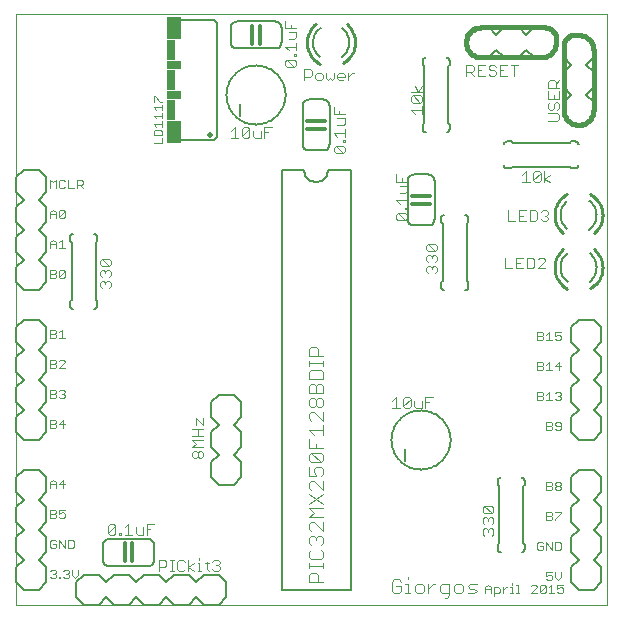
<source format=gto>
G75*
G70*
%OFA0B0*%
%FSLAX24Y24*%
%IPPOS*%
%LPD*%
%AMOC8*
5,1,8,0,0,1.08239X$1,22.5*
%
%ADD10C,0.0000*%
%ADD11C,0.0030*%
%ADD12C,0.0040*%
%ADD13C,0.0160*%
%ADD14C,0.0060*%
%ADD15C,0.0080*%
%ADD16C,0.0120*%
%ADD17C,0.0100*%
%ADD18C,0.0200*%
%ADD19R,0.0500X0.0750*%
%ADD20R,0.0300X0.0700*%
%ADD21R,0.0500X0.0300*%
D10*
X000181Y000181D02*
X000181Y019866D01*
X019866Y019866D01*
X019866Y000181D01*
X000181Y000181D01*
D11*
X001321Y001120D02*
X001370Y001071D01*
X001467Y001071D01*
X001515Y001120D01*
X001515Y001168D01*
X001467Y001217D01*
X001418Y001217D01*
X001467Y001217D02*
X001515Y001265D01*
X001515Y001313D01*
X001467Y001362D01*
X001370Y001362D01*
X001321Y001313D01*
X001616Y001120D02*
X001664Y001120D01*
X001664Y001071D01*
X001616Y001071D01*
X001616Y001120D01*
X001763Y001120D02*
X001812Y001071D01*
X001909Y001071D01*
X001957Y001120D01*
X001957Y001168D01*
X001909Y001217D01*
X001860Y001217D01*
X001909Y001217D02*
X001957Y001265D01*
X001957Y001313D01*
X001909Y001362D01*
X001812Y001362D01*
X001763Y001313D01*
X002058Y001362D02*
X002058Y001168D01*
X002155Y001071D01*
X002251Y001168D01*
X002251Y001362D01*
X002056Y002071D02*
X001911Y002071D01*
X001911Y002362D01*
X002056Y002362D01*
X002104Y002313D01*
X002104Y002120D01*
X002056Y002071D01*
X001810Y002071D02*
X001810Y002362D01*
X001616Y002362D02*
X001810Y002071D01*
X001616Y002071D02*
X001616Y002362D01*
X001515Y002313D02*
X001467Y002362D01*
X001370Y002362D01*
X001321Y002313D01*
X001321Y002120D01*
X001370Y002071D01*
X001467Y002071D01*
X001515Y002120D01*
X001515Y002217D01*
X001418Y002217D01*
X001467Y003071D02*
X001321Y003071D01*
X001321Y003362D01*
X001467Y003362D01*
X001515Y003313D01*
X001515Y003265D01*
X001467Y003217D01*
X001321Y003217D01*
X001467Y003217D02*
X001515Y003168D01*
X001515Y003120D01*
X001467Y003071D01*
X001616Y003120D02*
X001664Y003071D01*
X001761Y003071D01*
X001810Y003120D01*
X001810Y003217D01*
X001761Y003265D01*
X001713Y003265D01*
X001616Y003217D01*
X001616Y003362D01*
X001810Y003362D01*
X001761Y004071D02*
X001761Y004362D01*
X001616Y004217D01*
X001810Y004217D01*
X001515Y004217D02*
X001321Y004217D01*
X001321Y004265D02*
X001321Y004071D01*
X001321Y004265D02*
X001418Y004362D01*
X001515Y004265D01*
X001515Y004071D01*
X001467Y006071D02*
X001321Y006071D01*
X001321Y006362D01*
X001467Y006362D01*
X001515Y006313D01*
X001515Y006265D01*
X001467Y006217D01*
X001321Y006217D01*
X001467Y006217D02*
X001515Y006168D01*
X001515Y006120D01*
X001467Y006071D01*
X001616Y006217D02*
X001810Y006217D01*
X001761Y006362D02*
X001616Y006217D01*
X001761Y006071D02*
X001761Y006362D01*
X001761Y007071D02*
X001664Y007071D01*
X001616Y007120D01*
X001515Y007120D02*
X001467Y007071D01*
X001321Y007071D01*
X001321Y007362D01*
X001467Y007362D01*
X001515Y007313D01*
X001515Y007265D01*
X001467Y007217D01*
X001321Y007217D01*
X001467Y007217D02*
X001515Y007168D01*
X001515Y007120D01*
X001616Y007313D02*
X001664Y007362D01*
X001761Y007362D01*
X001810Y007313D01*
X001810Y007265D01*
X001761Y007217D01*
X001810Y007168D01*
X001810Y007120D01*
X001761Y007071D01*
X001761Y007217D02*
X001713Y007217D01*
X001810Y008071D02*
X001616Y008071D01*
X001810Y008265D01*
X001810Y008313D01*
X001761Y008362D01*
X001664Y008362D01*
X001616Y008313D01*
X001515Y008313D02*
X001467Y008362D01*
X001321Y008362D01*
X001321Y008071D01*
X001467Y008071D01*
X001515Y008120D01*
X001515Y008168D01*
X001467Y008217D01*
X001321Y008217D01*
X001467Y008217D02*
X001515Y008265D01*
X001515Y008313D01*
X001467Y009071D02*
X001321Y009071D01*
X001321Y009362D01*
X001467Y009362D01*
X001515Y009313D01*
X001515Y009265D01*
X001467Y009217D01*
X001321Y009217D01*
X001467Y009217D02*
X001515Y009168D01*
X001515Y009120D01*
X001467Y009071D01*
X001616Y009071D02*
X001810Y009071D01*
X001713Y009071D02*
X001713Y009362D01*
X001616Y009265D01*
X001664Y011071D02*
X001616Y011120D01*
X001810Y011313D01*
X001810Y011120D01*
X001761Y011071D01*
X001664Y011071D01*
X001616Y011120D02*
X001616Y011313D01*
X001664Y011362D01*
X001761Y011362D01*
X001810Y011313D01*
X001515Y011313D02*
X001467Y011362D01*
X001321Y011362D01*
X001321Y011071D01*
X001467Y011071D01*
X001515Y011120D01*
X001515Y011168D01*
X001467Y011217D01*
X001321Y011217D01*
X001467Y011217D02*
X001515Y011265D01*
X001515Y011313D01*
X001515Y012071D02*
X001515Y012265D01*
X001418Y012362D01*
X001321Y012265D01*
X001321Y012071D01*
X001321Y012217D02*
X001515Y012217D01*
X001616Y012265D02*
X001713Y012362D01*
X001713Y012071D01*
X001616Y012071D02*
X001810Y012071D01*
X001761Y013071D02*
X001664Y013071D01*
X001616Y013120D01*
X001810Y013313D01*
X001810Y013120D01*
X001761Y013071D01*
X001616Y013120D02*
X001616Y013313D01*
X001664Y013362D01*
X001761Y013362D01*
X001810Y013313D01*
X001515Y013265D02*
X001515Y013071D01*
X001515Y013217D02*
X001321Y013217D01*
X001321Y013265D02*
X001418Y013362D01*
X001515Y013265D01*
X001321Y013265D02*
X001321Y013071D01*
X001321Y014071D02*
X001321Y014362D01*
X001418Y014265D01*
X001515Y014362D01*
X001515Y014071D01*
X001616Y014120D02*
X001616Y014313D01*
X001664Y014362D01*
X001761Y014362D01*
X001810Y014313D01*
X001911Y014362D02*
X001911Y014071D01*
X002104Y014071D01*
X002205Y014071D02*
X002205Y014362D01*
X002350Y014362D01*
X002399Y014313D01*
X002399Y014217D01*
X002350Y014168D01*
X002205Y014168D01*
X002302Y014168D02*
X002399Y014071D01*
X001810Y014120D02*
X001761Y014071D01*
X001664Y014071D01*
X001616Y014120D01*
X004771Y015571D02*
X005041Y015571D01*
X005041Y015752D01*
X005041Y015848D02*
X005041Y015983D01*
X004996Y016028D01*
X004816Y016028D01*
X004771Y015983D01*
X004771Y015848D01*
X005041Y015848D01*
X005041Y016124D02*
X005041Y016304D01*
X005041Y016214D02*
X004771Y016214D01*
X004861Y016124D01*
X004861Y016400D02*
X004771Y016490D01*
X005041Y016490D01*
X005041Y016400D02*
X005041Y016580D01*
X005041Y016676D02*
X005041Y016856D01*
X005041Y016766D02*
X004771Y016766D01*
X004861Y016676D01*
X004771Y016953D02*
X004771Y017133D01*
X004816Y017133D01*
X004996Y016953D01*
X005041Y016953D01*
X007348Y015993D02*
X007472Y016117D01*
X007472Y015746D01*
X007595Y015746D02*
X007348Y015746D01*
X007716Y015808D02*
X007716Y016055D01*
X007778Y016117D01*
X007902Y016117D01*
X007963Y016055D01*
X007716Y015808D01*
X007778Y015746D01*
X007902Y015746D01*
X007963Y015808D01*
X007963Y016055D01*
X008085Y015993D02*
X008085Y015808D01*
X008146Y015746D01*
X008332Y015746D01*
X008332Y015993D01*
X008453Y015932D02*
X008577Y015932D01*
X008453Y016117D02*
X008700Y016117D01*
X008453Y016117D02*
X008453Y015746D01*
X009791Y017671D02*
X009791Y018042D01*
X009976Y018042D01*
X010038Y017980D01*
X010038Y017857D01*
X009976Y017795D01*
X009791Y017795D01*
X010160Y017857D02*
X010160Y017733D01*
X010221Y017671D01*
X010345Y017671D01*
X010406Y017733D01*
X010406Y017857D01*
X010345Y017918D01*
X010221Y017918D01*
X010160Y017857D01*
X010528Y017918D02*
X010528Y017733D01*
X010590Y017671D01*
X010651Y017733D01*
X010713Y017671D01*
X010775Y017733D01*
X010775Y017918D01*
X010896Y017857D02*
X010896Y017733D01*
X010958Y017671D01*
X011081Y017671D01*
X011143Y017795D02*
X010896Y017795D01*
X010896Y017857D02*
X010958Y017918D01*
X011081Y017918D01*
X011143Y017857D01*
X011143Y017795D01*
X011264Y017795D02*
X011388Y017918D01*
X011450Y017918D01*
X011264Y017918D02*
X011264Y017671D01*
X015196Y017821D02*
X015196Y018192D01*
X015382Y018192D01*
X015443Y018130D01*
X015443Y018007D01*
X015382Y017945D01*
X015196Y017945D01*
X015320Y017945D02*
X015443Y017821D01*
X015565Y017821D02*
X015812Y017821D01*
X015933Y017883D02*
X015995Y017821D01*
X016118Y017821D01*
X016180Y017883D01*
X016180Y017945D01*
X016118Y018007D01*
X015995Y018007D01*
X015933Y018068D01*
X015933Y018130D01*
X015995Y018192D01*
X016118Y018192D01*
X016180Y018130D01*
X016301Y018192D02*
X016301Y017821D01*
X016548Y017821D01*
X016425Y018007D02*
X016301Y018007D01*
X016301Y018192D02*
X016548Y018192D01*
X016670Y018192D02*
X016916Y018192D01*
X016793Y018192D02*
X016793Y017821D01*
X015812Y018192D02*
X015565Y018192D01*
X015565Y017821D01*
X015565Y018007D02*
X015688Y018007D01*
X017921Y017611D02*
X017921Y017426D01*
X018291Y017426D01*
X018291Y017305D02*
X018291Y017058D01*
X017921Y017058D01*
X017921Y017305D01*
X018106Y017181D02*
X018106Y017058D01*
X018168Y016937D02*
X018230Y016937D01*
X018291Y016875D01*
X018291Y016751D01*
X018230Y016690D01*
X018230Y016568D02*
X017921Y016568D01*
X017983Y016690D02*
X018045Y016690D01*
X018106Y016751D01*
X018106Y016875D01*
X018168Y016937D01*
X017983Y016937D02*
X017921Y016875D01*
X017921Y016751D01*
X017983Y016690D01*
X018230Y016568D02*
X018291Y016507D01*
X018291Y016383D01*
X018230Y016321D01*
X017921Y016321D01*
X018168Y017426D02*
X018168Y017611D01*
X018106Y017673D01*
X017983Y017673D01*
X017921Y017611D01*
X018168Y017550D02*
X018291Y017673D01*
X018345Y009292D02*
X018152Y009292D01*
X018152Y009147D01*
X018249Y009195D01*
X018297Y009195D01*
X018345Y009147D01*
X018345Y009050D01*
X018297Y009001D01*
X018200Y009001D01*
X018152Y009050D01*
X018051Y009001D02*
X017857Y009001D01*
X017954Y009001D02*
X017954Y009292D01*
X017857Y009195D01*
X017756Y009195D02*
X017708Y009147D01*
X017562Y009147D01*
X017562Y009292D02*
X017708Y009292D01*
X017756Y009243D01*
X017756Y009195D01*
X017708Y009147D02*
X017756Y009098D01*
X017756Y009050D01*
X017708Y009001D01*
X017562Y009001D01*
X017562Y009292D01*
X017562Y008292D02*
X017708Y008292D01*
X017756Y008243D01*
X017756Y008195D01*
X017708Y008147D01*
X017562Y008147D01*
X017562Y008292D02*
X017562Y008001D01*
X017708Y008001D01*
X017756Y008050D01*
X017756Y008098D01*
X017708Y008147D01*
X017857Y008195D02*
X017954Y008292D01*
X017954Y008001D01*
X017857Y008001D02*
X018051Y008001D01*
X018152Y008147D02*
X018345Y008147D01*
X018297Y008292D02*
X018297Y008001D01*
X018152Y008147D02*
X018297Y008292D01*
X018297Y007292D02*
X018345Y007243D01*
X018345Y007195D01*
X018297Y007147D01*
X018345Y007098D01*
X018345Y007050D01*
X018297Y007001D01*
X018200Y007001D01*
X018152Y007050D01*
X018051Y007001D02*
X017857Y007001D01*
X017954Y007001D02*
X017954Y007292D01*
X017857Y007195D01*
X017756Y007195D02*
X017708Y007147D01*
X017562Y007147D01*
X017562Y007292D02*
X017708Y007292D01*
X017756Y007243D01*
X017756Y007195D01*
X017708Y007147D02*
X017756Y007098D01*
X017756Y007050D01*
X017708Y007001D01*
X017562Y007001D01*
X017562Y007292D01*
X018152Y007243D02*
X018200Y007292D01*
X018297Y007292D01*
X018297Y007147D02*
X018249Y007147D01*
X018297Y006292D02*
X018200Y006292D01*
X018152Y006243D01*
X018152Y006195D01*
X018200Y006147D01*
X018345Y006147D01*
X018345Y006243D02*
X018297Y006292D01*
X018345Y006243D02*
X018345Y006050D01*
X018297Y006001D01*
X018200Y006001D01*
X018152Y006050D01*
X018051Y006050D02*
X018051Y006098D01*
X018002Y006147D01*
X017857Y006147D01*
X017857Y006292D02*
X017857Y006001D01*
X018002Y006001D01*
X018051Y006050D01*
X018002Y006147D02*
X018051Y006195D01*
X018051Y006243D01*
X018002Y006292D01*
X017857Y006292D01*
X017857Y004292D02*
X018002Y004292D01*
X018051Y004243D01*
X018051Y004195D01*
X018002Y004147D01*
X017857Y004147D01*
X017857Y004292D02*
X017857Y004001D01*
X018002Y004001D01*
X018051Y004050D01*
X018051Y004098D01*
X018002Y004147D01*
X018152Y004195D02*
X018152Y004243D01*
X018200Y004292D01*
X018297Y004292D01*
X018345Y004243D01*
X018345Y004195D01*
X018297Y004147D01*
X018200Y004147D01*
X018152Y004195D01*
X018200Y004147D02*
X018152Y004098D01*
X018152Y004050D01*
X018200Y004001D01*
X018297Y004001D01*
X018345Y004050D01*
X018345Y004098D01*
X018297Y004147D01*
X018345Y003292D02*
X018152Y003292D01*
X018051Y003243D02*
X018051Y003195D01*
X018002Y003147D01*
X017857Y003147D01*
X017857Y003292D02*
X017857Y003001D01*
X018002Y003001D01*
X018051Y003050D01*
X018051Y003098D01*
X018002Y003147D01*
X018051Y003243D02*
X018002Y003292D01*
X017857Y003292D01*
X018152Y003050D02*
X018152Y003001D01*
X018152Y003050D02*
X018345Y003243D01*
X018345Y003292D01*
X018297Y002292D02*
X018152Y002292D01*
X018152Y002001D01*
X018297Y002001D01*
X018345Y002050D01*
X018345Y002243D01*
X018297Y002292D01*
X018051Y002292D02*
X018051Y002001D01*
X017857Y002292D01*
X017857Y002001D01*
X017756Y002050D02*
X017708Y002001D01*
X017611Y002001D01*
X017562Y002050D01*
X017562Y002243D01*
X017611Y002292D01*
X017708Y002292D01*
X017756Y002243D01*
X017756Y002147D02*
X017659Y002147D01*
X017756Y002147D02*
X017756Y002050D01*
X017857Y001292D02*
X017857Y001147D01*
X017954Y001195D01*
X018002Y001195D01*
X018051Y001147D01*
X018051Y001050D01*
X018002Y001001D01*
X017905Y001001D01*
X017857Y001050D01*
X017783Y000862D02*
X017687Y000862D01*
X017638Y000813D01*
X017638Y000620D01*
X017832Y000813D01*
X017832Y000620D01*
X017783Y000571D01*
X017687Y000571D01*
X017638Y000620D01*
X017537Y000571D02*
X017344Y000571D01*
X017537Y000765D01*
X017537Y000813D01*
X017489Y000862D01*
X017392Y000862D01*
X017344Y000813D01*
X017783Y000862D02*
X017832Y000813D01*
X017933Y000765D02*
X018030Y000862D01*
X018030Y000571D01*
X018126Y000571D02*
X017933Y000571D01*
X018228Y000620D02*
X018276Y000571D01*
X018373Y000571D01*
X018421Y000620D01*
X018421Y000717D01*
X018373Y000765D01*
X018324Y000765D01*
X018228Y000717D01*
X018228Y000862D01*
X018421Y000862D01*
X018249Y001001D02*
X018152Y001098D01*
X018152Y001292D01*
X018051Y001292D02*
X017857Y001292D01*
X018249Y001001D02*
X018345Y001098D01*
X018345Y001292D01*
X016901Y000862D02*
X016901Y000571D01*
X016853Y000571D02*
X016949Y000571D01*
X016753Y000571D02*
X016656Y000571D01*
X016705Y000571D02*
X016705Y000765D01*
X016656Y000765D01*
X016556Y000765D02*
X016507Y000765D01*
X016411Y000668D01*
X016411Y000571D02*
X016411Y000765D01*
X016310Y000717D02*
X016310Y000620D01*
X016261Y000571D01*
X016116Y000571D01*
X016116Y000475D02*
X016116Y000765D01*
X016261Y000765D01*
X016310Y000717D01*
X016015Y000717D02*
X015821Y000717D01*
X015821Y000765D02*
X015918Y000862D01*
X016015Y000765D01*
X016015Y000571D01*
X015821Y000571D02*
X015821Y000765D01*
X016705Y000862D02*
X016705Y000910D01*
X016853Y000862D02*
X016901Y000862D01*
X013828Y006746D02*
X013828Y007117D01*
X014075Y007117D01*
X013952Y006932D02*
X013828Y006932D01*
X013707Y006993D02*
X013707Y006746D01*
X013521Y006746D01*
X013460Y006808D01*
X013460Y006993D01*
X013338Y007055D02*
X013091Y006808D01*
X013153Y006746D01*
X013277Y006746D01*
X013338Y006808D01*
X013338Y007055D01*
X013277Y007117D01*
X013153Y007117D01*
X013091Y007055D01*
X013091Y006808D01*
X012970Y006746D02*
X012723Y006746D01*
X012847Y006746D02*
X012847Y007117D01*
X012723Y006993D01*
X006973Y001630D02*
X006973Y001568D01*
X006912Y001507D01*
X006973Y001445D01*
X006973Y001383D01*
X006912Y001321D01*
X006788Y001321D01*
X006726Y001383D01*
X006604Y001321D02*
X006543Y001383D01*
X006543Y001630D01*
X006604Y001568D02*
X006481Y001568D01*
X006297Y001568D02*
X006297Y001321D01*
X006235Y001321D02*
X006359Y001321D01*
X006114Y001321D02*
X005929Y001445D01*
X006114Y001568D01*
X006235Y001568D02*
X006297Y001568D01*
X006297Y001692D02*
X006297Y001753D01*
X005929Y001692D02*
X005929Y001321D01*
X005807Y001383D02*
X005745Y001321D01*
X005622Y001321D01*
X005560Y001383D01*
X005560Y001630D01*
X005622Y001692D01*
X005745Y001692D01*
X005807Y001630D01*
X005438Y001692D02*
X005315Y001692D01*
X005376Y001692D02*
X005376Y001321D01*
X005315Y001321D02*
X005438Y001321D01*
X005193Y001507D02*
X005193Y001630D01*
X005132Y001692D01*
X004946Y001692D01*
X004946Y001321D01*
X004946Y001445D02*
X005132Y001445D01*
X005193Y001507D01*
X006726Y001630D02*
X006788Y001692D01*
X006912Y001692D01*
X006973Y001630D01*
X006912Y001507D02*
X006850Y001507D01*
X006355Y005071D02*
X006293Y005071D01*
X006231Y005133D01*
X006231Y005257D01*
X006293Y005318D01*
X006355Y005318D01*
X006416Y005257D01*
X006416Y005133D01*
X006355Y005071D01*
X006231Y005133D02*
X006170Y005071D01*
X006108Y005071D01*
X006046Y005133D01*
X006046Y005257D01*
X006108Y005318D01*
X006170Y005318D01*
X006231Y005257D01*
X006046Y005440D02*
X006170Y005563D01*
X006046Y005687D01*
X006416Y005687D01*
X006416Y005808D02*
X006046Y005808D01*
X006231Y005808D02*
X006231Y006055D01*
X006170Y006176D02*
X006170Y006423D01*
X006416Y006176D01*
X006416Y006423D01*
X006416Y006055D02*
X006046Y006055D01*
X006046Y005440D02*
X006416Y005440D01*
D12*
X004781Y002887D02*
X004540Y002887D01*
X004540Y002526D01*
X004412Y002526D02*
X004412Y002767D01*
X004540Y002707D02*
X004661Y002707D01*
X004412Y002526D02*
X004232Y002526D01*
X004172Y002586D01*
X004172Y002767D01*
X004044Y002526D02*
X003804Y002526D01*
X003924Y002526D02*
X003924Y002887D01*
X003804Y002767D01*
X003680Y002586D02*
X003620Y002586D01*
X003620Y002526D01*
X003680Y002526D01*
X003680Y002586D01*
X003492Y002586D02*
X003492Y002827D01*
X003251Y002586D01*
X003311Y002526D01*
X003432Y002526D01*
X003492Y002586D01*
X003251Y002586D02*
X003251Y002827D01*
X003311Y002887D01*
X003432Y002887D01*
X003492Y002827D01*
X009951Y002870D02*
X009951Y002716D01*
X010028Y002639D01*
X010028Y002486D02*
X010105Y002486D01*
X010181Y002409D01*
X010258Y002486D01*
X010335Y002486D01*
X010411Y002409D01*
X010411Y002256D01*
X010335Y002179D01*
X010335Y002026D02*
X010411Y001949D01*
X010411Y001795D01*
X010335Y001719D01*
X010028Y001719D01*
X009951Y001795D01*
X009951Y001949D01*
X010028Y002026D01*
X010028Y002179D02*
X009951Y002256D01*
X009951Y002409D01*
X010028Y002486D01*
X010181Y002409D02*
X010181Y002332D01*
X010411Y002639D02*
X010105Y002946D01*
X010028Y002946D01*
X009951Y002870D01*
X009951Y003100D02*
X010105Y003253D01*
X009951Y003407D01*
X010411Y003407D01*
X010411Y003560D02*
X009951Y003867D01*
X010028Y004020D02*
X009951Y004097D01*
X009951Y004251D01*
X010028Y004327D01*
X010105Y004327D01*
X010411Y004020D01*
X010411Y004327D01*
X010335Y004481D02*
X010411Y004557D01*
X010411Y004711D01*
X010335Y004788D01*
X010181Y004788D01*
X010105Y004711D01*
X010105Y004634D01*
X010181Y004481D01*
X009951Y004481D01*
X009951Y004788D01*
X010028Y004941D02*
X009951Y005018D01*
X009951Y005171D01*
X010028Y005248D01*
X010335Y004941D01*
X010411Y005018D01*
X010411Y005171D01*
X010335Y005248D01*
X010028Y005248D01*
X009951Y005401D02*
X009951Y005708D01*
X010105Y005862D02*
X009951Y006015D01*
X010411Y006015D01*
X010411Y005862D02*
X010411Y006169D01*
X010411Y006322D02*
X010105Y006629D01*
X010028Y006629D01*
X009951Y006552D01*
X009951Y006399D01*
X010028Y006322D01*
X010411Y006322D02*
X010411Y006629D01*
X010335Y006783D02*
X010258Y006783D01*
X010181Y006859D01*
X010181Y007013D01*
X010258Y007089D01*
X010335Y007089D01*
X010411Y007013D01*
X010411Y006859D01*
X010335Y006783D01*
X010181Y006859D02*
X010105Y006783D01*
X010028Y006783D01*
X009951Y006859D01*
X009951Y007013D01*
X010028Y007089D01*
X010105Y007089D01*
X010181Y007013D01*
X010181Y007243D02*
X010181Y007473D01*
X010258Y007550D01*
X010335Y007550D01*
X010411Y007473D01*
X010411Y007243D01*
X009951Y007243D01*
X009951Y007473D01*
X010028Y007550D01*
X010105Y007550D01*
X010181Y007473D01*
X009951Y007703D02*
X009951Y007933D01*
X010028Y008010D01*
X010335Y008010D01*
X010411Y007933D01*
X010411Y007703D01*
X009951Y007703D01*
X009951Y008164D02*
X009951Y008317D01*
X009951Y008240D02*
X010411Y008240D01*
X010411Y008164D02*
X010411Y008317D01*
X010411Y008471D02*
X009951Y008471D01*
X009951Y008701D01*
X010028Y008777D01*
X010181Y008777D01*
X010258Y008701D01*
X010258Y008471D01*
X010181Y005555D02*
X010181Y005401D01*
X010411Y005401D02*
X009951Y005401D01*
X010028Y004941D02*
X010335Y004941D01*
X010411Y003867D02*
X009951Y003560D01*
X009951Y003100D02*
X010411Y003100D01*
X010411Y002946D02*
X010411Y002639D01*
X010411Y001565D02*
X010411Y001412D01*
X010411Y001488D02*
X009951Y001488D01*
X009951Y001412D02*
X009951Y001565D01*
X010028Y001258D02*
X010181Y001258D01*
X010258Y001182D01*
X010258Y000951D01*
X010411Y000951D02*
X009951Y000951D01*
X009951Y001182D01*
X010028Y001258D01*
X012701Y000960D02*
X012701Y000653D01*
X012778Y000576D01*
X012932Y000576D01*
X013008Y000653D01*
X013008Y000807D01*
X012855Y000807D01*
X013008Y000960D02*
X012932Y001037D01*
X012778Y001037D01*
X012701Y000960D01*
X013162Y000883D02*
X013238Y000883D01*
X013238Y000576D01*
X013162Y000576D02*
X013315Y000576D01*
X013469Y000653D02*
X013545Y000576D01*
X013699Y000576D01*
X013776Y000653D01*
X013776Y000807D01*
X013699Y000883D01*
X013545Y000883D01*
X013469Y000807D01*
X013469Y000653D01*
X013238Y001037D02*
X013238Y001114D01*
X013929Y000883D02*
X013929Y000576D01*
X013929Y000730D02*
X014082Y000883D01*
X014159Y000883D01*
X014313Y000807D02*
X014313Y000653D01*
X014389Y000576D01*
X014620Y000576D01*
X014620Y000500D02*
X014620Y000883D01*
X014389Y000883D01*
X014313Y000807D01*
X014466Y000423D02*
X014543Y000423D01*
X014620Y000500D01*
X014773Y000653D02*
X014850Y000576D01*
X015003Y000576D01*
X015080Y000653D01*
X015080Y000807D01*
X015003Y000883D01*
X014850Y000883D01*
X014773Y000807D01*
X014773Y000653D01*
X015233Y000576D02*
X015464Y000576D01*
X015540Y000653D01*
X015464Y000730D01*
X015310Y000730D01*
X015233Y000807D01*
X015310Y000883D01*
X015540Y000883D01*
X015791Y002496D02*
X015731Y002557D01*
X015731Y002677D01*
X015791Y002737D01*
X015851Y002737D01*
X015911Y002677D01*
X015971Y002737D01*
X016031Y002737D01*
X016091Y002677D01*
X016091Y002557D01*
X016031Y002496D01*
X015911Y002617D02*
X015911Y002677D01*
X015791Y002865D02*
X015731Y002925D01*
X015731Y003045D01*
X015791Y003105D01*
X015851Y003105D01*
X015911Y003045D01*
X015971Y003105D01*
X016031Y003105D01*
X016091Y003045D01*
X016091Y002925D01*
X016031Y002865D01*
X015911Y002985D02*
X015911Y003045D01*
X016031Y003233D02*
X015791Y003233D01*
X015731Y003293D01*
X015731Y003413D01*
X015791Y003473D01*
X016031Y003233D01*
X016091Y003293D01*
X016091Y003413D01*
X016031Y003473D01*
X015791Y003473D01*
X014156Y011246D02*
X014216Y011307D01*
X014216Y011427D01*
X014156Y011487D01*
X014096Y011487D01*
X014036Y011427D01*
X014036Y011367D01*
X014036Y011427D02*
X013976Y011487D01*
X013916Y011487D01*
X013856Y011427D01*
X013856Y011307D01*
X013916Y011246D01*
X013916Y011615D02*
X013856Y011675D01*
X013856Y011795D01*
X013916Y011855D01*
X013976Y011855D01*
X014036Y011795D01*
X014096Y011855D01*
X014156Y011855D01*
X014216Y011795D01*
X014216Y011675D01*
X014156Y011615D01*
X014036Y011735D02*
X014036Y011795D01*
X013916Y011983D02*
X013856Y012043D01*
X013856Y012163D01*
X013916Y012223D01*
X014156Y011983D01*
X014216Y012043D01*
X014216Y012163D01*
X014156Y012223D01*
X013916Y012223D01*
X013916Y011983D02*
X014156Y011983D01*
X013151Y013001D02*
X012911Y013242D01*
X013151Y013242D01*
X013211Y013182D01*
X013211Y013061D01*
X013151Y013001D01*
X012911Y013001D01*
X012851Y013061D01*
X012851Y013182D01*
X012911Y013242D01*
X013151Y013370D02*
X013151Y013430D01*
X013211Y013430D01*
X013211Y013370D01*
X013151Y013370D01*
X013211Y013554D02*
X013211Y013794D01*
X013211Y013674D02*
X012851Y013674D01*
X012971Y013554D01*
X012971Y013922D02*
X013151Y013922D01*
X013211Y013982D01*
X013211Y014162D01*
X012971Y014162D01*
X013031Y014290D02*
X013031Y014411D01*
X012851Y014290D02*
X012851Y014531D01*
X012851Y014290D02*
X013211Y014290D01*
X011136Y015304D02*
X011076Y015244D01*
X010836Y015484D01*
X011076Y015484D01*
X011136Y015424D01*
X011136Y015304D01*
X011076Y015244D02*
X010836Y015244D01*
X010776Y015304D01*
X010776Y015424D01*
X010836Y015484D01*
X010896Y015796D02*
X010776Y015917D01*
X011136Y015917D01*
X011136Y016037D02*
X011136Y015796D01*
X011136Y015672D02*
X011136Y015612D01*
X011076Y015612D01*
X011076Y015672D01*
X011136Y015672D01*
X011076Y016165D02*
X010896Y016165D01*
X011076Y016165D02*
X011136Y016225D01*
X011136Y016405D01*
X010896Y016405D01*
X010956Y016533D02*
X010956Y016653D01*
X010776Y016533D02*
X010776Y016773D01*
X010776Y016533D02*
X011136Y016533D01*
X009511Y018179D02*
X009451Y018119D01*
X009211Y018359D01*
X009451Y018359D01*
X009511Y018299D01*
X009511Y018179D01*
X009451Y018119D02*
X009211Y018119D01*
X009151Y018179D01*
X009151Y018299D01*
X009211Y018359D01*
X009451Y018487D02*
X009451Y018547D01*
X009511Y018547D01*
X009511Y018487D01*
X009451Y018487D01*
X009511Y018671D02*
X009511Y018912D01*
X009511Y018792D02*
X009151Y018792D01*
X009271Y018671D01*
X009271Y019040D02*
X009451Y019040D01*
X009511Y019100D01*
X009511Y019280D01*
X009271Y019280D01*
X009331Y019408D02*
X009331Y019528D01*
X009151Y019408D02*
X009151Y019648D01*
X009151Y019408D02*
X009511Y019408D01*
X013356Y017294D02*
X013716Y017294D01*
X013596Y017294D02*
X013716Y017475D01*
X013596Y017294D02*
X013476Y017475D01*
X013416Y017166D02*
X013656Y016926D01*
X013716Y016986D01*
X013716Y017106D01*
X013656Y017166D01*
X013416Y017166D01*
X013356Y017106D01*
X013356Y016986D01*
X013416Y016926D01*
X013656Y016926D01*
X013716Y016798D02*
X013716Y016558D01*
X013716Y016678D02*
X013356Y016678D01*
X013476Y016558D01*
X016576Y013337D02*
X016576Y012976D01*
X016817Y012976D01*
X016945Y012976D02*
X017185Y012976D01*
X017313Y012976D02*
X017493Y012976D01*
X017553Y013036D01*
X017553Y013277D01*
X017493Y013337D01*
X017313Y013337D01*
X017313Y012976D01*
X017681Y013036D02*
X017741Y012976D01*
X017861Y012976D01*
X017922Y013036D01*
X017922Y013096D01*
X017861Y013157D01*
X017801Y013157D01*
X017861Y013157D02*
X017922Y013217D01*
X017922Y013277D01*
X017861Y013337D01*
X017741Y013337D01*
X017681Y013277D01*
X017185Y013337D02*
X016945Y013337D01*
X016945Y012976D01*
X016945Y013157D02*
X017065Y013157D01*
X017058Y014271D02*
X017298Y014271D01*
X017178Y014271D02*
X017178Y014632D01*
X017058Y014512D01*
X017426Y014572D02*
X017426Y014331D01*
X017666Y014572D01*
X017666Y014331D01*
X017606Y014271D01*
X017486Y014271D01*
X017426Y014331D01*
X017426Y014572D02*
X017486Y014632D01*
X017606Y014632D01*
X017666Y014572D01*
X017794Y014632D02*
X017794Y014271D01*
X017794Y014391D02*
X017975Y014512D01*
X017794Y014391D02*
X017975Y014271D01*
X017763Y011762D02*
X017643Y011762D01*
X017583Y011702D01*
X017455Y011702D02*
X017455Y011461D01*
X017395Y011401D01*
X017215Y011401D01*
X017215Y011762D01*
X017395Y011762D01*
X017455Y011702D01*
X017583Y011401D02*
X017823Y011642D01*
X017823Y011702D01*
X017763Y011762D01*
X017823Y011401D02*
X017583Y011401D01*
X017087Y011401D02*
X016846Y011401D01*
X016846Y011762D01*
X017087Y011762D01*
X016967Y011582D02*
X016846Y011582D01*
X016718Y011401D02*
X016478Y011401D01*
X016478Y011762D01*
X003341Y011663D02*
X003341Y011543D01*
X003281Y011483D01*
X003041Y011723D01*
X003281Y011723D01*
X003341Y011663D01*
X003281Y011483D02*
X003041Y011483D01*
X002981Y011543D01*
X002981Y011663D01*
X003041Y011723D01*
X003041Y011355D02*
X002981Y011295D01*
X002981Y011175D01*
X003041Y011115D01*
X003041Y010987D02*
X003101Y010987D01*
X003161Y010927D01*
X003221Y010987D01*
X003281Y010987D01*
X003341Y010927D01*
X003341Y010807D01*
X003281Y010746D01*
X003161Y010867D02*
X003161Y010927D01*
X003041Y010987D02*
X002981Y010927D01*
X002981Y010807D01*
X003041Y010746D01*
X003281Y011115D02*
X003341Y011175D01*
X003341Y011295D01*
X003281Y011355D01*
X003221Y011355D01*
X003161Y011295D01*
X003161Y011235D01*
X003161Y011295D02*
X003101Y011355D01*
X003041Y011355D01*
D13*
X015681Y018431D02*
X017681Y018431D01*
X017725Y018433D01*
X017768Y018439D01*
X017810Y018448D01*
X017852Y018461D01*
X017892Y018478D01*
X017931Y018498D01*
X017968Y018521D01*
X018002Y018548D01*
X018035Y018577D01*
X018064Y018610D01*
X018091Y018644D01*
X018114Y018681D01*
X018134Y018720D01*
X018151Y018760D01*
X018164Y018802D01*
X018173Y018844D01*
X018179Y018887D01*
X018181Y018931D01*
X018181Y019056D01*
X018431Y018806D02*
X018431Y016681D01*
X018433Y016637D01*
X018439Y016594D01*
X018448Y016552D01*
X018461Y016510D01*
X018478Y016470D01*
X018498Y016431D01*
X018521Y016394D01*
X018548Y016360D01*
X018577Y016327D01*
X018610Y016298D01*
X018644Y016271D01*
X018681Y016248D01*
X018720Y016228D01*
X018760Y016211D01*
X018802Y016198D01*
X018844Y016189D01*
X018887Y016183D01*
X018931Y016181D01*
X019056Y016181D01*
X018931Y016181D02*
X018975Y016183D01*
X019018Y016189D01*
X019060Y016198D01*
X019102Y016211D01*
X019142Y016228D01*
X019181Y016248D01*
X019218Y016271D01*
X019252Y016298D01*
X019285Y016327D01*
X019314Y016360D01*
X019341Y016394D01*
X019364Y016431D01*
X019384Y016470D01*
X019401Y016510D01*
X019414Y016552D01*
X019423Y016594D01*
X019429Y016637D01*
X019431Y016681D01*
X019431Y018681D01*
X019429Y018725D01*
X019423Y018768D01*
X019414Y018810D01*
X019401Y018852D01*
X019384Y018892D01*
X019364Y018931D01*
X019341Y018968D01*
X019314Y019002D01*
X019285Y019035D01*
X019252Y019064D01*
X019218Y019091D01*
X019181Y019114D01*
X019142Y019134D01*
X019102Y019151D01*
X019060Y019164D01*
X019018Y019173D01*
X018975Y019179D01*
X018931Y019181D01*
X018806Y019181D01*
X018769Y019179D01*
X018733Y019174D01*
X018697Y019165D01*
X018662Y019152D01*
X018629Y019137D01*
X018598Y019118D01*
X018568Y019096D01*
X018541Y019071D01*
X018516Y019044D01*
X018494Y019014D01*
X018475Y018983D01*
X018460Y018950D01*
X018447Y018915D01*
X018438Y018879D01*
X018433Y018843D01*
X018431Y018806D01*
X018181Y019056D02*
X018179Y019093D01*
X018174Y019129D01*
X018165Y019165D01*
X018152Y019200D01*
X018137Y019233D01*
X018118Y019264D01*
X018096Y019294D01*
X018071Y019321D01*
X018044Y019346D01*
X018014Y019368D01*
X017983Y019387D01*
X017950Y019402D01*
X017915Y019415D01*
X017879Y019424D01*
X017843Y019429D01*
X017806Y019431D01*
X015681Y019431D01*
X015637Y019429D01*
X015594Y019423D01*
X015552Y019414D01*
X015510Y019401D01*
X015470Y019384D01*
X015431Y019364D01*
X015394Y019341D01*
X015360Y019314D01*
X015327Y019285D01*
X015298Y019252D01*
X015271Y019218D01*
X015248Y019181D01*
X015228Y019142D01*
X015211Y019102D01*
X015198Y019060D01*
X015189Y019018D01*
X015183Y018975D01*
X015181Y018931D01*
X015183Y018887D01*
X015189Y018844D01*
X015198Y018802D01*
X015211Y018760D01*
X015228Y018720D01*
X015248Y018681D01*
X015271Y018644D01*
X015298Y018610D01*
X015327Y018577D01*
X015360Y018548D01*
X015394Y018521D01*
X015431Y018498D01*
X015470Y018478D01*
X015510Y018461D01*
X015552Y018448D01*
X015594Y018439D01*
X015637Y018433D01*
X015681Y018431D01*
D14*
X014631Y018331D02*
X014631Y018181D01*
X014581Y018131D01*
X014581Y016231D01*
X014631Y016181D01*
X014631Y016031D01*
X014629Y016014D01*
X014625Y015997D01*
X014618Y015981D01*
X014608Y015967D01*
X014595Y015954D01*
X014581Y015944D01*
X014565Y015937D01*
X014548Y015933D01*
X014531Y015931D01*
X013831Y015931D02*
X013814Y015933D01*
X013797Y015937D01*
X013781Y015944D01*
X013767Y015954D01*
X013754Y015967D01*
X013744Y015981D01*
X013737Y015997D01*
X013733Y016014D01*
X013731Y016031D01*
X013731Y016181D01*
X013781Y016231D01*
X013781Y018131D01*
X013731Y018181D01*
X013731Y018331D01*
X013733Y018348D01*
X013737Y018365D01*
X013744Y018381D01*
X013754Y018395D01*
X013767Y018408D01*
X013781Y018418D01*
X013797Y018425D01*
X013814Y018429D01*
X013831Y018431D01*
X014531Y018431D02*
X014548Y018429D01*
X014565Y018425D01*
X014581Y018418D01*
X014595Y018408D01*
X014608Y018395D01*
X014618Y018381D01*
X014625Y018365D01*
X014629Y018348D01*
X014631Y018331D01*
X016531Y015631D02*
X016681Y015631D01*
X016731Y015581D01*
X018631Y015581D01*
X018681Y015631D01*
X018831Y015631D01*
X018848Y015629D01*
X018865Y015625D01*
X018881Y015618D01*
X018895Y015608D01*
X018908Y015595D01*
X018918Y015581D01*
X018925Y015565D01*
X018929Y015548D01*
X018931Y015531D01*
X018931Y014831D02*
X018929Y014814D01*
X018925Y014797D01*
X018918Y014781D01*
X018908Y014767D01*
X018895Y014754D01*
X018881Y014744D01*
X018865Y014737D01*
X018848Y014733D01*
X018831Y014731D01*
X018681Y014731D01*
X018631Y014781D01*
X016731Y014781D01*
X016681Y014731D01*
X016531Y014731D01*
X016514Y014733D01*
X016497Y014737D01*
X016481Y014744D01*
X016467Y014754D01*
X016454Y014767D01*
X016444Y014781D01*
X016437Y014797D01*
X016433Y014814D01*
X016431Y014831D01*
X016431Y015531D02*
X016433Y015548D01*
X016437Y015565D01*
X016444Y015581D01*
X016454Y015595D01*
X016467Y015608D01*
X016481Y015618D01*
X016497Y015625D01*
X016514Y015629D01*
X016531Y015631D01*
X014131Y014331D02*
X014131Y013031D01*
X014129Y013005D01*
X014124Y012979D01*
X014116Y012954D01*
X014104Y012931D01*
X014090Y012909D01*
X014072Y012890D01*
X014053Y012872D01*
X014031Y012858D01*
X014008Y012846D01*
X013983Y012838D01*
X013957Y012833D01*
X013931Y012831D01*
X013431Y012831D01*
X013405Y012833D01*
X013379Y012838D01*
X013354Y012846D01*
X013331Y012858D01*
X013309Y012872D01*
X013290Y012890D01*
X013272Y012909D01*
X013258Y012931D01*
X013246Y012954D01*
X013238Y012979D01*
X013233Y013005D01*
X013231Y013031D01*
X013231Y014331D01*
X013233Y014357D01*
X013238Y014383D01*
X013246Y014408D01*
X013258Y014431D01*
X013272Y014453D01*
X013290Y014472D01*
X013309Y014490D01*
X013331Y014504D01*
X013354Y014516D01*
X013379Y014524D01*
X013405Y014529D01*
X013431Y014531D01*
X013931Y014531D01*
X013957Y014529D01*
X013983Y014524D01*
X014008Y014516D01*
X014031Y014504D01*
X014053Y014490D01*
X014072Y014472D01*
X014090Y014453D01*
X014104Y014431D01*
X014116Y014408D01*
X014124Y014383D01*
X014129Y014357D01*
X014131Y014331D01*
X014356Y013081D02*
X014356Y012931D01*
X014406Y012881D01*
X014406Y010981D01*
X014356Y010931D01*
X014356Y010781D01*
X014358Y010764D01*
X014362Y010747D01*
X014369Y010731D01*
X014379Y010717D01*
X014392Y010704D01*
X014406Y010694D01*
X014422Y010687D01*
X014439Y010683D01*
X014456Y010681D01*
X015156Y010681D02*
X015173Y010683D01*
X015190Y010687D01*
X015206Y010694D01*
X015220Y010704D01*
X015233Y010717D01*
X015243Y010731D01*
X015250Y010747D01*
X015254Y010764D01*
X015256Y010781D01*
X015256Y010931D01*
X015206Y010981D01*
X015206Y012881D01*
X015256Y012931D01*
X015256Y013081D01*
X015254Y013098D01*
X015250Y013115D01*
X015243Y013131D01*
X015233Y013145D01*
X015220Y013158D01*
X015206Y013168D01*
X015190Y013175D01*
X015173Y013179D01*
X015156Y013181D01*
X014456Y013181D02*
X014439Y013179D01*
X014422Y013175D01*
X014406Y013168D01*
X014392Y013158D01*
X014379Y013145D01*
X014369Y013131D01*
X014362Y013115D01*
X014358Y013098D01*
X014356Y013081D01*
X011331Y014681D02*
X010581Y014681D01*
X010579Y014642D01*
X010573Y014603D01*
X010564Y014565D01*
X010551Y014528D01*
X010534Y014492D01*
X010514Y014459D01*
X010490Y014427D01*
X010464Y014398D01*
X010435Y014372D01*
X010403Y014348D01*
X010370Y014328D01*
X010334Y014311D01*
X010297Y014298D01*
X010259Y014289D01*
X010220Y014283D01*
X010181Y014281D01*
X010142Y014283D01*
X010103Y014289D01*
X010065Y014298D01*
X010028Y014311D01*
X009992Y014328D01*
X009959Y014348D01*
X009927Y014372D01*
X009898Y014398D01*
X009872Y014427D01*
X009848Y014459D01*
X009828Y014492D01*
X009811Y014528D01*
X009798Y014565D01*
X009789Y014603D01*
X009783Y014642D01*
X009781Y014681D01*
X009031Y014681D01*
X009031Y000681D01*
X011331Y000681D01*
X011331Y014681D01*
X010631Y015531D02*
X010631Y016831D01*
X010629Y016857D01*
X010624Y016883D01*
X010616Y016908D01*
X010604Y016931D01*
X010590Y016953D01*
X010572Y016972D01*
X010553Y016990D01*
X010531Y017004D01*
X010508Y017016D01*
X010483Y017024D01*
X010457Y017029D01*
X010431Y017031D01*
X009931Y017031D01*
X009905Y017029D01*
X009879Y017024D01*
X009854Y017016D01*
X009831Y017004D01*
X009809Y016990D01*
X009790Y016972D01*
X009772Y016953D01*
X009758Y016931D01*
X009746Y016908D01*
X009738Y016883D01*
X009733Y016857D01*
X009731Y016831D01*
X009731Y015531D01*
X009733Y015505D01*
X009738Y015479D01*
X009746Y015454D01*
X009758Y015431D01*
X009772Y015409D01*
X009790Y015390D01*
X009809Y015372D01*
X009831Y015358D01*
X009854Y015346D01*
X009879Y015338D01*
X009905Y015333D01*
X009931Y015331D01*
X010431Y015331D01*
X010457Y015333D01*
X010483Y015338D01*
X010508Y015346D01*
X010531Y015358D01*
X010553Y015372D01*
X010572Y015390D01*
X010590Y015409D01*
X010604Y015431D01*
X010616Y015454D01*
X010624Y015479D01*
X010629Y015505D01*
X010631Y015531D01*
X008831Y018731D02*
X007531Y018731D01*
X007505Y018733D01*
X007479Y018738D01*
X007454Y018746D01*
X007431Y018758D01*
X007409Y018772D01*
X007390Y018790D01*
X007372Y018809D01*
X007358Y018831D01*
X007346Y018854D01*
X007338Y018879D01*
X007333Y018905D01*
X007331Y018931D01*
X007331Y019431D01*
X007333Y019457D01*
X007338Y019483D01*
X007346Y019508D01*
X007358Y019531D01*
X007372Y019553D01*
X007390Y019572D01*
X007409Y019590D01*
X007431Y019604D01*
X007454Y019616D01*
X007479Y019624D01*
X007505Y019629D01*
X007531Y019631D01*
X008831Y019631D01*
X008857Y019629D01*
X008883Y019624D01*
X008908Y019616D01*
X008931Y019604D01*
X008953Y019590D01*
X008972Y019572D01*
X008990Y019553D01*
X009004Y019531D01*
X009016Y019508D01*
X009024Y019483D01*
X009029Y019457D01*
X009031Y019431D01*
X009031Y018931D01*
X009029Y018905D01*
X009024Y018879D01*
X009016Y018854D01*
X009004Y018831D01*
X008990Y018809D01*
X008972Y018790D01*
X008953Y018772D01*
X008931Y018758D01*
X008908Y018746D01*
X008883Y018738D01*
X008857Y018733D01*
X008831Y018731D01*
X006881Y019581D02*
X006881Y015781D01*
X006781Y015681D01*
X005631Y015681D01*
X002881Y012456D02*
X002881Y012306D01*
X002831Y012256D01*
X002831Y010356D01*
X002881Y010306D01*
X002881Y010156D01*
X002879Y010139D01*
X002875Y010122D01*
X002868Y010106D01*
X002858Y010092D01*
X002845Y010079D01*
X002831Y010069D01*
X002815Y010062D01*
X002798Y010058D01*
X002781Y010056D01*
X002081Y010056D02*
X002064Y010058D01*
X002047Y010062D01*
X002031Y010069D01*
X002017Y010079D01*
X002004Y010092D01*
X001994Y010106D01*
X001987Y010122D01*
X001983Y010139D01*
X001981Y010156D01*
X001981Y010306D01*
X002031Y010356D01*
X002031Y012256D01*
X001981Y012306D01*
X001981Y012456D01*
X001983Y012473D01*
X001987Y012490D01*
X001994Y012506D01*
X002004Y012520D01*
X002017Y012533D01*
X002031Y012543D01*
X002047Y012550D01*
X002064Y012554D01*
X002081Y012556D01*
X002781Y012556D02*
X002798Y012554D01*
X002815Y012550D01*
X002831Y012543D01*
X002845Y012533D01*
X002858Y012520D01*
X002868Y012506D01*
X002875Y012490D01*
X002879Y012473D01*
X002881Y012456D01*
X006881Y019581D02*
X006781Y019681D01*
X005631Y019681D01*
X011049Y018457D02*
X011084Y018487D01*
X011117Y018518D01*
X011147Y018553D01*
X011174Y018589D01*
X011198Y018627D01*
X011220Y018667D01*
X011238Y018709D01*
X011254Y018752D01*
X011266Y018796D01*
X011274Y018840D01*
X011279Y018886D01*
X011281Y018931D01*
X011279Y018976D01*
X011274Y019022D01*
X011266Y019066D01*
X011254Y019110D01*
X011238Y019153D01*
X011220Y019195D01*
X011198Y019235D01*
X011174Y019273D01*
X011147Y019309D01*
X011117Y019344D01*
X011084Y019375D01*
X011049Y019405D01*
X010081Y018931D02*
X010083Y018885D01*
X010088Y018839D01*
X010097Y018793D01*
X010109Y018748D01*
X010125Y018705D01*
X010144Y018663D01*
X010167Y018622D01*
X010192Y018583D01*
X010220Y018547D01*
X010251Y018512D01*
X010285Y018480D01*
X010321Y018451D01*
X010081Y018931D02*
X010083Y018978D01*
X010089Y019026D01*
X010098Y019072D01*
X010111Y019118D01*
X010127Y019162D01*
X010147Y019206D01*
X010171Y019247D01*
X010197Y019286D01*
X010227Y019323D01*
X010260Y019358D01*
X010295Y019390D01*
X010332Y019419D01*
X018563Y013655D02*
X018528Y013625D01*
X018495Y013594D01*
X018465Y013559D01*
X018438Y013523D01*
X018414Y013485D01*
X018392Y013445D01*
X018374Y013403D01*
X018358Y013360D01*
X018346Y013316D01*
X018338Y013272D01*
X018333Y013226D01*
X018331Y013181D01*
X018333Y013136D01*
X018338Y013090D01*
X018346Y013046D01*
X018358Y013002D01*
X018374Y012959D01*
X018392Y012917D01*
X018414Y012877D01*
X018438Y012839D01*
X018465Y012803D01*
X018495Y012768D01*
X018528Y012737D01*
X018563Y012707D01*
X019531Y013181D02*
X019529Y013227D01*
X019524Y013273D01*
X019515Y013319D01*
X019503Y013364D01*
X019487Y013407D01*
X019468Y013449D01*
X019445Y013490D01*
X019420Y013529D01*
X019392Y013565D01*
X019361Y013600D01*
X019327Y013632D01*
X019291Y013661D01*
X019531Y013181D02*
X019529Y013134D01*
X019523Y013086D01*
X019514Y013040D01*
X019501Y012994D01*
X019485Y012950D01*
X019465Y012906D01*
X019441Y012865D01*
X019415Y012826D01*
X019385Y012789D01*
X019352Y012754D01*
X019317Y012722D01*
X019280Y012693D01*
X019531Y011431D02*
X019529Y011386D01*
X019524Y011340D01*
X019516Y011296D01*
X019504Y011252D01*
X019488Y011209D01*
X019470Y011167D01*
X019448Y011127D01*
X019424Y011089D01*
X019397Y011053D01*
X019367Y011018D01*
X019334Y010987D01*
X019299Y010957D01*
X019531Y011431D02*
X019529Y011476D01*
X019524Y011522D01*
X019516Y011566D01*
X019504Y011610D01*
X019488Y011653D01*
X019470Y011695D01*
X019448Y011735D01*
X019424Y011773D01*
X019397Y011809D01*
X019367Y011844D01*
X019334Y011875D01*
X019299Y011905D01*
X018331Y011431D02*
X018333Y011385D01*
X018338Y011339D01*
X018347Y011293D01*
X018359Y011248D01*
X018375Y011205D01*
X018394Y011163D01*
X018417Y011122D01*
X018442Y011083D01*
X018470Y011047D01*
X018501Y011012D01*
X018535Y010980D01*
X018571Y010951D01*
X018331Y011431D02*
X018333Y011478D01*
X018339Y011526D01*
X018348Y011572D01*
X018361Y011618D01*
X018377Y011662D01*
X018397Y011706D01*
X018421Y011747D01*
X018447Y011786D01*
X018477Y011823D01*
X018510Y011858D01*
X018545Y011890D01*
X018582Y011919D01*
X017131Y004331D02*
X017131Y004181D01*
X017081Y004131D01*
X017081Y002231D01*
X017131Y002181D01*
X017131Y002031D01*
X017129Y002014D01*
X017125Y001997D01*
X017118Y001981D01*
X017108Y001967D01*
X017095Y001954D01*
X017081Y001944D01*
X017065Y001937D01*
X017048Y001933D01*
X017031Y001931D01*
X016331Y001931D02*
X016314Y001933D01*
X016297Y001937D01*
X016281Y001944D01*
X016267Y001954D01*
X016254Y001967D01*
X016244Y001981D01*
X016237Y001997D01*
X016233Y002014D01*
X016231Y002031D01*
X016231Y002181D01*
X016281Y002231D01*
X016281Y004131D01*
X016231Y004181D01*
X016231Y004331D01*
X016233Y004348D01*
X016237Y004365D01*
X016244Y004381D01*
X016254Y004395D01*
X016267Y004408D01*
X016281Y004418D01*
X016297Y004425D01*
X016314Y004429D01*
X016331Y004431D01*
X017031Y004431D02*
X017048Y004429D01*
X017065Y004425D01*
X017081Y004418D01*
X017095Y004408D01*
X017108Y004395D01*
X017118Y004381D01*
X017125Y004365D01*
X017129Y004348D01*
X017131Y004331D01*
X004781Y002181D02*
X004781Y001681D01*
X004779Y001655D01*
X004774Y001629D01*
X004766Y001604D01*
X004754Y001581D01*
X004740Y001559D01*
X004722Y001540D01*
X004703Y001522D01*
X004681Y001508D01*
X004658Y001496D01*
X004633Y001488D01*
X004607Y001483D01*
X004581Y001481D01*
X003281Y001481D01*
X003255Y001483D01*
X003229Y001488D01*
X003204Y001496D01*
X003181Y001508D01*
X003159Y001522D01*
X003140Y001540D01*
X003122Y001559D01*
X003108Y001581D01*
X003096Y001604D01*
X003088Y001629D01*
X003083Y001655D01*
X003081Y001681D01*
X003081Y002181D01*
X003083Y002207D01*
X003088Y002233D01*
X003096Y002258D01*
X003108Y002281D01*
X003122Y002303D01*
X003140Y002322D01*
X003159Y002340D01*
X003181Y002354D01*
X003204Y002366D01*
X003229Y002374D01*
X003255Y002379D01*
X003281Y002381D01*
X004581Y002381D01*
X004607Y002379D01*
X004633Y002374D01*
X004658Y002366D01*
X004681Y002354D01*
X004703Y002340D01*
X004722Y002322D01*
X004740Y002303D01*
X004754Y002281D01*
X004766Y002258D01*
X004774Y002233D01*
X004779Y002207D01*
X004781Y002181D01*
D15*
X004931Y001181D02*
X004431Y001181D01*
X004181Y000931D01*
X003931Y001181D01*
X003431Y001181D01*
X003181Y000931D01*
X002931Y001181D01*
X002431Y001181D01*
X002181Y000931D01*
X002181Y000431D01*
X002431Y000181D01*
X002931Y000181D01*
X003181Y000431D01*
X003431Y000181D01*
X003931Y000181D01*
X004181Y000431D01*
X004431Y000181D01*
X004931Y000181D01*
X005181Y000431D01*
X005431Y000181D01*
X005931Y000181D01*
X006181Y000431D01*
X006431Y000181D01*
X006931Y000181D01*
X007181Y000431D01*
X007181Y000931D01*
X006931Y001181D01*
X006431Y001181D01*
X006181Y000931D01*
X005931Y001181D01*
X005431Y001181D01*
X005181Y000931D01*
X004931Y001181D01*
X006931Y004181D02*
X007431Y004181D01*
X007681Y004431D01*
X007681Y004931D01*
X007431Y005181D01*
X007681Y005431D01*
X007681Y005931D01*
X007431Y006181D01*
X007681Y006431D01*
X007681Y006931D01*
X007431Y007181D01*
X006931Y007181D01*
X006681Y006931D01*
X006681Y006431D01*
X006931Y006181D01*
X006681Y005931D01*
X006681Y005431D01*
X006931Y005181D01*
X006681Y004931D01*
X006681Y004431D01*
X006931Y004181D01*
X001181Y003931D02*
X000931Y003681D01*
X001181Y003431D01*
X001181Y002931D01*
X000931Y002681D01*
X001181Y002431D01*
X001181Y001931D01*
X000931Y001681D01*
X001181Y001431D01*
X001181Y000931D01*
X000931Y000681D01*
X000431Y000681D01*
X000181Y000931D01*
X000181Y001431D01*
X000431Y001681D01*
X000181Y001931D01*
X000181Y002431D01*
X000431Y002681D01*
X000181Y002931D01*
X000181Y003431D01*
X000431Y003681D01*
X000181Y003931D01*
X000181Y004431D01*
X000431Y004681D01*
X000931Y004681D01*
X001181Y004431D01*
X001181Y003931D01*
X000931Y005681D02*
X000431Y005681D01*
X000181Y005931D01*
X000181Y006431D01*
X000431Y006681D01*
X000181Y006931D01*
X000181Y007431D01*
X000431Y007681D01*
X000181Y007931D01*
X000181Y008431D01*
X000431Y008681D01*
X000181Y008931D01*
X000181Y009431D01*
X000431Y009681D01*
X000931Y009681D01*
X001181Y009431D01*
X001181Y008931D01*
X000931Y008681D01*
X001181Y008431D01*
X001181Y007931D01*
X000931Y007681D01*
X001181Y007431D01*
X001181Y006931D01*
X000931Y006681D01*
X001181Y006431D01*
X001181Y005931D01*
X000931Y005681D01*
X000931Y010681D02*
X000431Y010681D01*
X000181Y010931D01*
X000181Y011431D01*
X000431Y011681D01*
X000181Y011931D01*
X000181Y012431D01*
X000431Y012681D01*
X000181Y012931D01*
X000181Y013431D01*
X000431Y013681D01*
X000181Y013931D01*
X000181Y014431D01*
X000431Y014681D01*
X000931Y014681D01*
X001181Y014431D01*
X001181Y013931D01*
X000931Y013681D01*
X001181Y013431D01*
X001181Y012931D01*
X000931Y012681D01*
X001181Y012431D01*
X001181Y011931D01*
X000931Y011681D01*
X001181Y011431D01*
X001181Y010931D01*
X000931Y010681D01*
X007631Y016481D02*
X007631Y016881D01*
X007197Y017181D02*
X007199Y017243D01*
X007205Y017306D01*
X007215Y017367D01*
X007229Y017428D01*
X007246Y017488D01*
X007267Y017547D01*
X007293Y017604D01*
X007321Y017659D01*
X007353Y017713D01*
X007389Y017764D01*
X007427Y017814D01*
X007469Y017860D01*
X007513Y017904D01*
X007561Y017945D01*
X007610Y017983D01*
X007662Y018017D01*
X007716Y018048D01*
X007772Y018076D01*
X007830Y018100D01*
X007889Y018121D01*
X007949Y018137D01*
X008010Y018150D01*
X008072Y018159D01*
X008134Y018164D01*
X008197Y018165D01*
X008259Y018162D01*
X008321Y018155D01*
X008383Y018144D01*
X008443Y018129D01*
X008503Y018111D01*
X008561Y018089D01*
X008618Y018063D01*
X008673Y018033D01*
X008726Y018000D01*
X008777Y017964D01*
X008825Y017925D01*
X008871Y017882D01*
X008914Y017837D01*
X008954Y017789D01*
X008991Y017739D01*
X009025Y017686D01*
X009056Y017632D01*
X009082Y017576D01*
X009106Y017518D01*
X009125Y017458D01*
X009141Y017398D01*
X009153Y017336D01*
X009161Y017275D01*
X009165Y017212D01*
X009165Y017150D01*
X009161Y017087D01*
X009153Y017026D01*
X009141Y016964D01*
X009125Y016904D01*
X009106Y016844D01*
X009082Y016786D01*
X009056Y016730D01*
X009025Y016676D01*
X008991Y016623D01*
X008954Y016573D01*
X008914Y016525D01*
X008871Y016480D01*
X008825Y016437D01*
X008777Y016398D01*
X008726Y016362D01*
X008673Y016329D01*
X008618Y016299D01*
X008561Y016273D01*
X008503Y016251D01*
X008443Y016233D01*
X008383Y016218D01*
X008321Y016207D01*
X008259Y016200D01*
X008197Y016197D01*
X008134Y016198D01*
X008072Y016203D01*
X008010Y016212D01*
X007949Y016225D01*
X007889Y016241D01*
X007830Y016262D01*
X007772Y016286D01*
X007716Y016314D01*
X007662Y016345D01*
X007610Y016379D01*
X007561Y016417D01*
X007513Y016458D01*
X007469Y016502D01*
X007427Y016548D01*
X007389Y016598D01*
X007353Y016649D01*
X007321Y016703D01*
X007293Y016758D01*
X007267Y016815D01*
X007246Y016874D01*
X007229Y016934D01*
X007215Y016995D01*
X007205Y017056D01*
X007199Y017119D01*
X007197Y017181D01*
X015181Y018681D02*
X015431Y018431D01*
X015931Y018431D01*
X016181Y018681D01*
X016431Y018431D01*
X016931Y018431D01*
X017181Y018681D01*
X017431Y018431D01*
X017931Y018431D01*
X018181Y018681D01*
X018181Y019181D01*
X017931Y019431D01*
X017431Y019431D01*
X017181Y019181D01*
X016931Y019431D01*
X016431Y019431D01*
X016181Y019181D01*
X015931Y019431D01*
X015431Y019431D01*
X015181Y019181D01*
X015181Y018681D01*
X018431Y018431D02*
X018431Y018931D01*
X018681Y019181D01*
X019181Y019181D01*
X019431Y018931D01*
X019431Y018431D01*
X019181Y018181D01*
X019431Y017931D01*
X019431Y017431D01*
X019181Y017181D01*
X019431Y016931D01*
X019431Y016431D01*
X019181Y016181D01*
X018681Y016181D01*
X018431Y016431D01*
X018431Y016931D01*
X018681Y017181D01*
X018431Y017431D01*
X018431Y017931D01*
X018681Y018181D01*
X018431Y018431D01*
X018931Y009681D02*
X018681Y009431D01*
X018681Y008931D01*
X018931Y008681D01*
X018681Y008431D01*
X018681Y007931D01*
X018931Y007681D01*
X018681Y007431D01*
X018681Y006931D01*
X018931Y006681D01*
X018681Y006431D01*
X018681Y005931D01*
X018931Y005681D01*
X019431Y005681D01*
X019681Y005931D01*
X019681Y006431D01*
X019431Y006681D01*
X019681Y006931D01*
X019681Y007431D01*
X019431Y007681D01*
X019681Y007931D01*
X019681Y008431D01*
X019431Y008681D01*
X019681Y008931D01*
X019681Y009431D01*
X019431Y009681D01*
X018931Y009681D01*
X018931Y004681D02*
X018681Y004431D01*
X018681Y003931D01*
X018931Y003681D01*
X018681Y003431D01*
X018681Y002931D01*
X018931Y002681D01*
X018681Y002431D01*
X018681Y001931D01*
X018931Y001681D01*
X018681Y001431D01*
X018681Y000931D01*
X018931Y000681D01*
X019431Y000681D01*
X019681Y000931D01*
X019681Y001431D01*
X019431Y001681D01*
X019681Y001931D01*
X019681Y002431D01*
X019431Y002681D01*
X019681Y002931D01*
X019681Y003431D01*
X019431Y003681D01*
X019681Y003931D01*
X019681Y004431D01*
X019431Y004681D01*
X018931Y004681D01*
X012697Y005681D02*
X012699Y005743D01*
X012705Y005806D01*
X012715Y005867D01*
X012729Y005928D01*
X012746Y005988D01*
X012767Y006047D01*
X012793Y006104D01*
X012821Y006159D01*
X012853Y006213D01*
X012889Y006264D01*
X012927Y006314D01*
X012969Y006360D01*
X013013Y006404D01*
X013061Y006445D01*
X013110Y006483D01*
X013162Y006517D01*
X013216Y006548D01*
X013272Y006576D01*
X013330Y006600D01*
X013389Y006621D01*
X013449Y006637D01*
X013510Y006650D01*
X013572Y006659D01*
X013634Y006664D01*
X013697Y006665D01*
X013759Y006662D01*
X013821Y006655D01*
X013883Y006644D01*
X013943Y006629D01*
X014003Y006611D01*
X014061Y006589D01*
X014118Y006563D01*
X014173Y006533D01*
X014226Y006500D01*
X014277Y006464D01*
X014325Y006425D01*
X014371Y006382D01*
X014414Y006337D01*
X014454Y006289D01*
X014491Y006239D01*
X014525Y006186D01*
X014556Y006132D01*
X014582Y006076D01*
X014606Y006018D01*
X014625Y005958D01*
X014641Y005898D01*
X014653Y005836D01*
X014661Y005775D01*
X014665Y005712D01*
X014665Y005650D01*
X014661Y005587D01*
X014653Y005526D01*
X014641Y005464D01*
X014625Y005404D01*
X014606Y005344D01*
X014582Y005286D01*
X014556Y005230D01*
X014525Y005176D01*
X014491Y005123D01*
X014454Y005073D01*
X014414Y005025D01*
X014371Y004980D01*
X014325Y004937D01*
X014277Y004898D01*
X014226Y004862D01*
X014173Y004829D01*
X014118Y004799D01*
X014061Y004773D01*
X014003Y004751D01*
X013943Y004733D01*
X013883Y004718D01*
X013821Y004707D01*
X013759Y004700D01*
X013697Y004697D01*
X013634Y004698D01*
X013572Y004703D01*
X013510Y004712D01*
X013449Y004725D01*
X013389Y004741D01*
X013330Y004762D01*
X013272Y004786D01*
X013216Y004814D01*
X013162Y004845D01*
X013110Y004879D01*
X013061Y004917D01*
X013013Y004958D01*
X012969Y005002D01*
X012927Y005048D01*
X012889Y005098D01*
X012853Y005149D01*
X012821Y005203D01*
X012793Y005258D01*
X012767Y005315D01*
X012746Y005374D01*
X012729Y005434D01*
X012715Y005495D01*
X012705Y005556D01*
X012699Y005619D01*
X012697Y005681D01*
X013131Y005381D02*
X013131Y004981D01*
D16*
X013381Y013561D02*
X013981Y013561D01*
X013981Y013811D02*
X013381Y013811D01*
X010481Y016051D02*
X009881Y016051D01*
X009881Y016301D02*
X010481Y016301D01*
X008311Y018881D02*
X008311Y019481D01*
X008061Y019481D02*
X008061Y018881D01*
X004061Y002231D02*
X004061Y001631D01*
X003811Y001631D02*
X003811Y002231D01*
D17*
X019328Y010736D02*
X019376Y010766D01*
X019421Y010799D01*
X019464Y010835D01*
X019505Y010873D01*
X019542Y010915D01*
X019577Y010959D01*
X019608Y011005D01*
X019637Y011054D01*
X019661Y011104D01*
X019682Y011156D01*
X019700Y011210D01*
X019713Y011264D01*
X019723Y011319D01*
X019729Y011375D01*
X019731Y011431D01*
X019729Y011484D01*
X019724Y011538D01*
X019715Y011590D01*
X019703Y011642D01*
X019687Y011693D01*
X019668Y011743D01*
X019645Y011792D01*
X019619Y011839D01*
X019591Y011884D01*
X019559Y011927D01*
X019525Y011967D01*
X019487Y012006D01*
X019448Y012042D01*
X018131Y011431D02*
X018133Y011377D01*
X018138Y011323D01*
X018147Y011270D01*
X018160Y011217D01*
X018176Y011166D01*
X018196Y011116D01*
X018219Y011067D01*
X018245Y011019D01*
X018274Y010974D01*
X018307Y010931D01*
X018342Y010890D01*
X018380Y010851D01*
X018420Y010815D01*
X018463Y010782D01*
X018508Y010752D01*
X018555Y010725D01*
X018131Y011431D02*
X018133Y011485D01*
X018138Y011538D01*
X018147Y011592D01*
X018160Y011644D01*
X018176Y011695D01*
X018196Y011746D01*
X018218Y011795D01*
X018244Y011842D01*
X018274Y011887D01*
X018306Y011930D01*
X018341Y011971D01*
X018379Y012010D01*
X018419Y012046D01*
X019731Y013181D02*
X019729Y013235D01*
X019724Y013289D01*
X019715Y013342D01*
X019702Y013395D01*
X019686Y013446D01*
X019666Y013496D01*
X019643Y013545D01*
X019617Y013593D01*
X019588Y013638D01*
X019555Y013681D01*
X019520Y013722D01*
X019482Y013761D01*
X019442Y013797D01*
X019399Y013830D01*
X019354Y013860D01*
X019307Y013887D01*
X018534Y013876D02*
X018486Y013846D01*
X018441Y013813D01*
X018398Y013777D01*
X018357Y013739D01*
X018320Y013697D01*
X018285Y013653D01*
X018254Y013607D01*
X018225Y013558D01*
X018201Y013508D01*
X018180Y013456D01*
X018162Y013402D01*
X018149Y013348D01*
X018139Y013293D01*
X018133Y013237D01*
X018131Y013181D01*
X018133Y013128D01*
X018138Y013074D01*
X018147Y013022D01*
X018159Y012970D01*
X018175Y012919D01*
X018194Y012869D01*
X018217Y012820D01*
X018243Y012773D01*
X018271Y012728D01*
X018303Y012685D01*
X018337Y012645D01*
X018375Y012606D01*
X018414Y012570D01*
X019443Y012566D02*
X019483Y012602D01*
X019521Y012641D01*
X019556Y012682D01*
X019588Y012725D01*
X019618Y012770D01*
X019644Y012817D01*
X019666Y012866D01*
X019686Y012917D01*
X019702Y012968D01*
X019715Y013020D01*
X019724Y013074D01*
X019729Y013127D01*
X019731Y013181D01*
X011078Y018236D02*
X011126Y018266D01*
X011171Y018299D01*
X011214Y018335D01*
X011255Y018373D01*
X011292Y018415D01*
X011327Y018459D01*
X011358Y018505D01*
X011387Y018554D01*
X011411Y018604D01*
X011432Y018656D01*
X011450Y018710D01*
X011463Y018764D01*
X011473Y018819D01*
X011479Y018875D01*
X011481Y018931D01*
X011479Y018984D01*
X011474Y019038D01*
X011465Y019090D01*
X011453Y019142D01*
X011437Y019193D01*
X011418Y019243D01*
X011395Y019292D01*
X011369Y019339D01*
X011341Y019384D01*
X011309Y019427D01*
X011275Y019467D01*
X011237Y019506D01*
X011198Y019542D01*
X009881Y018931D02*
X009883Y018877D01*
X009888Y018823D01*
X009897Y018770D01*
X009910Y018717D01*
X009926Y018666D01*
X009946Y018616D01*
X009969Y018567D01*
X009995Y018519D01*
X010024Y018474D01*
X010057Y018431D01*
X010092Y018390D01*
X010130Y018351D01*
X010170Y018315D01*
X010213Y018282D01*
X010258Y018252D01*
X010305Y018225D01*
X009881Y018931D02*
X009883Y018985D01*
X009888Y019038D01*
X009897Y019092D01*
X009910Y019144D01*
X009926Y019195D01*
X009946Y019246D01*
X009968Y019295D01*
X009994Y019342D01*
X010024Y019387D01*
X010056Y019430D01*
X010091Y019471D01*
X010129Y019510D01*
X010169Y019546D01*
D18*
X006641Y015861D03*
D19*
X005431Y015956D03*
X005431Y019406D03*
D20*
X005331Y018681D03*
X005331Y017681D03*
X005331Y016681D03*
D21*
X005431Y017181D03*
X005431Y018181D03*
M02*

</source>
